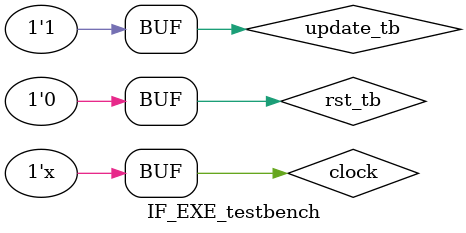
<source format=v>
`timescale 1ns / 1ps

module IF_EXE_testbench;  

 
    //PC  
    reg clock;   
    reg rst_tb;
    reg update_tb;
    
/////////////////////////////////////////////////////////////////////////////////Wires//////////////////////////////////////////////////////////////////////////////   
    wire [31:0]pc_tb;      

    //instruction memory
    wire [31:0]instr_tb;    
 
    //IF_ID
    wire [5:0] op_tb;
    wire [4:0] rs_tb;
    wire [4:0] rt_tb;
    wire [4:0] rd_tb;
    wire [4:0] sa_tb;
    wire [5:0] func_tb;
    wire [15:0] imm_tb;   
    
    //control unit
    wire    wrt_reg_tb,     mem_to_reg_tb,      wrt_mem_tb,     alu_src_tb,     alu_imm_tb,         reg_d_t_tb;   
  
    wire [1:0] alu_op_tb;
    wire [3:0] alu_ctrl_tb;  
    wire [4:0] ern_tb, mrn_tb;

    //write regester mux
    wire [4:0]wrt_reg_mx_tb;
    
    //regester memory
    //wire [4:0] wrt_addr_tb;  = wwrt_reg_mx_tb
    //wire [31:0] wrt_data_tb; = DM_mux_out_tb
    wire [31:0] rd_a_tb;
    wire [31:0] rd_b_tb;  

    
    //sign extend
    wire [31:0] ex_imm_tb;
     
    //ID_EX
    wire ewrt_reg_tb, emem_to_reg_tb, ewrt_mem_tb, ealu_src_tb, ealu_imm_tb, ereg_d_t_tb; 
    wire [1:0] ealu_op_tb; 
    wire [3:0] ealu_ctrl_tb;
    wire [31:0]erd_a_tb, erd_b_tb;
    wire [4:0]ewrt_reg_mx_tb;
    wire [31:0]eex_imm_tb;       
    
    //EX_mux
    wire [31:0] ex_mux_out_tb;
    
    //ALU
    wire [31:0]alu_out_tb; 
    //wire [31:0]temp_tb; 
    
    //EXE_mem
    wire mmem_to_reg_tb, mwrt_mem_tb, mwrt_reg_tb;
    wire [4:0]mwrt_reg_mx_tb;
    wire [31:0] malu_out_tb, mrd_b_tb; 

    //Data memory            
    wire [31:0] rd_mem_tb;

    //MEM_WB
    wire[31:0]walu_out_tb, wrd_mem_tb;
    wire[4:0] wwrt_reg_mx_tb;
    wire wmem_to_reg_tb;

     //WB mux
     wire[31:0]DM_mux_out_tb;
    

/////////////////////////////////////////////////////////////////////////////////Modules//////////////////////////////////////////////////////////////////////////////
    
    
    PC PC_testbench(clock,rst_tb,update_tb,pc_tb, stall_tb);

    IM IM_testbench(clock,pc_tb,instr_tb);

    IF_ID IF_ID_testbench(clock,instr_tb, op_tb, rs_tb, rt_tb, rd_tb, sa_tb, func_tb, imm_tb, stall_tb);

    CU CU_testbench(clock, op_tb, func_tb, rt_tb, rs_tb, ern_tb, mrn_tb, 
                    wrt_reg_tb, mem_to_reg_tb, wrt_mem_tb, alu_src_tb, alu_imm_tb, reg_d_t_tb, alu_op_tb, alu_ctrl_tb, stall_tb );

    wrt_reg_mux wrt_reg_mux_testbench(clock, rst_tb, reg_d_t_tb, rd_tb, rt_tb, wrt_reg_mx_tb, stall_tb);

    RM RM_testbench(clock, rst_tb, update_tb, wrt_reg_tb, rs_tb, rt_tb, rd_a_tb, rd_b_tb, wwrt_reg_mx_tb, DM_mux_out_tb);   // wrt_addr_tb =  wwrt_reg_mx_tb;   wrt_data_tb = DM_mux_out_tb;

    SE SE_testbench(clock,imm_tb, ex_imm_tb);
    
    ID_EX ID_EX_testbench( clock,      rst_tb,         wrt_reg_tb,     mem_to_reg_tb,  wrt_mem_tb,     alu_src_tb, 
                           alu_imm_tb,  reg_d_t_tb,     alu_op_tb,      alu_ctrl_tb,    rd_a_tb,        rd_b_tb,        wrt_reg_mx_tb,  ex_imm_tb, stall_tb,
        //output
                           ewrt_reg_tb,    emem_to_reg_tb,             ewrt_mem_tb,    ealu_src_tb,    ealu_imm_tb,    
                           ereg_d_t_tb,    ealu_op_tb, ealu_ctrl_tb,   erd_a_tb,       erd_b_tb,       ewrt_reg_mx_tb, eex_imm_tb, ern_tb      );

    EX_mux EX_mux_testbench (clock, rst_tb, ealu_src_tb, eex_imm_tb, erd_b_tb, ex_mux_out_tb);

    ALU ALU_testbench (clock, rst_tb, erd_a_tb, ex_mux_out_tb, ealu_ctrl_tb, ealu_op_tb, alu_out_tb);

    EXE_mem EXE_mem_testbench(clock,
                emem_to_reg_tb, ewrt_mem_tb, ewrt_reg_mx_tb, alu_out_tb, erd_b_tb, ewrt_reg_tb, 
                mmem_to_reg_tb, mwrt_mem_tb, mwrt_reg_mx_tb, malu_out_tb, mrd_b_tb, mwrt_reg_tb, mrn_tb);
                

    DM DM_testbench(clock, mwrt_mem_tb, malu_out_tb, mrd_b_tb, rd_mem_tb); 
    

    
    MEM_WB MEM_WB_testbench(clock,    mmem_to_reg_tb,     malu_out_tb,    rd_mem_tb,  mwrt_reg_tb,    mwrt_reg_mx_tb,
                                        wmem_to_reg_tb,     walu_out_tb,    wrd_mem_tb, wwrt_reg_tb,    wwrt_reg_mx_tb);
                                
    WB_mux WB_mux_testbench(clock,wmem_to_reg_tb, walu_out_tb, wrd_mem_tb, DM_mux_out_tb);
     
     
//////////////////////////////////////////////////////////////////////////////////////////////////////////////////////////////////////////////////////////////////////////////////    
    
//initials     
    
    
    initial begin 
         
        rst_tb = 0; 
        clock = 1;
        update_tb = 1;
    end
// loop    
    always begin   
         
         clock = ~clock;
         
         #15;

    end
      
 endmodule

</source>
